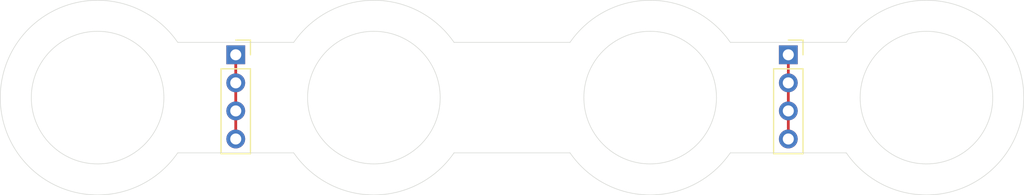
<source format=kicad_pcb>
(kicad_pcb (version 20171130) (host pcbnew "(5.1.5-0-10_14)")

  (general
    (thickness 1.6)
    (drawings 19)
    (tracks 2)
    (zones 0)
    (modules 2)
    (nets 3)
  )

  (page A4)
  (layers
    (0 F.Cu signal)
    (31 B.Cu signal)
    (32 B.Adhes user)
    (33 F.Adhes user)
    (34 B.Paste user)
    (35 F.Paste user)
    (36 B.SilkS user)
    (37 F.SilkS user)
    (38 B.Mask user)
    (39 F.Mask user)
    (40 Dwgs.User user)
    (41 Cmts.User user)
    (42 Eco1.User user)
    (43 Eco2.User user)
    (44 Edge.Cuts user)
    (45 Margin user)
    (46 B.CrtYd user)
    (47 F.CrtYd user)
    (48 B.Fab user)
    (49 F.Fab user)
  )

  (setup
    (last_trace_width 0.25)
    (trace_clearance 0.2)
    (zone_clearance 0.508)
    (zone_45_only no)
    (trace_min 0.2)
    (via_size 0.8)
    (via_drill 0.4)
    (via_min_size 0.4)
    (via_min_drill 0.3)
    (uvia_size 0.3)
    (uvia_drill 0.1)
    (uvias_allowed no)
    (uvia_min_size 0.2)
    (uvia_min_drill 0.1)
    (edge_width 0.05)
    (segment_width 0.2)
    (pcb_text_width 0.3)
    (pcb_text_size 1.5 1.5)
    (mod_edge_width 0.12)
    (mod_text_size 1 1)
    (mod_text_width 0.15)
    (pad_size 1.524 1.524)
    (pad_drill 0.762)
    (pad_to_mask_clearance 0.051)
    (solder_mask_min_width 0.25)
    (aux_axis_origin 0 0)
    (visible_elements FFFFFF7F)
    (pcbplotparams
      (layerselection 0x010f0_ffffffff)
      (usegerberextensions true)
      (usegerberattributes false)
      (usegerberadvancedattributes false)
      (creategerberjobfile false)
      (excludeedgelayer true)
      (linewidth 0.100000)
      (plotframeref false)
      (viasonmask false)
      (mode 1)
      (useauxorigin false)
      (hpglpennumber 1)
      (hpglpenspeed 20)
      (hpglpendiameter 15.000000)
      (psnegative false)
      (psa4output false)
      (plotreference true)
      (plotvalue true)
      (plotinvisibletext false)
      (padsonsilk false)
      (subtractmaskfromsilk false)
      (outputformat 1)
      (mirror false)
      (drillshape 0)
      (scaleselection 1)
      (outputdirectory "/Users/will/Documents/projects/vumeter/schematics/tube-offset-2/gerbers/"))
  )

  (net 0 "")
  (net 1 "Net-(J2-Pad1)")
  (net 2 "Net-(J3-Pad1)")

  (net_class Default "This is the default net class."
    (clearance 0.2)
    (trace_width 0.25)
    (via_dia 0.8)
    (via_drill 0.4)
    (uvia_dia 0.3)
    (uvia_drill 0.1)
    (add_net "Net-(J2-Pad1)")
    (add_net "Net-(J3-Pad1)")
  )

  (module Connector_PinSocket_2.54mm:PinSocket_1x04_P2.54mm_Vertical (layer F.Cu) (tedit 5A19A429) (tstamp 5DFCB96D)
    (at 125 101.125)
    (descr "Through hole straight socket strip, 1x04, 2.54mm pitch, single row (from Kicad 4.0.7), script generated")
    (tags "Through hole socket strip THT 1x04 2.54mm single row")
    (path /5DFC4EAC)
    (fp_text reference J2 (at 0 -2.77) (layer F.SilkS) hide
      (effects (font (size 1 1) (thickness 0.15)))
    )
    (fp_text value Conn_01x04_Male (at 0 10.39) (layer F.Fab)
      (effects (font (size 1 1) (thickness 0.15)))
    )
    (fp_text user %R (at 0 3.81 90) (layer F.Fab)
      (effects (font (size 1 1) (thickness 0.15)))
    )
    (fp_line (start -1.8 9.4) (end -1.8 -1.8) (layer F.CrtYd) (width 0.05))
    (fp_line (start 1.75 9.4) (end -1.8 9.4) (layer F.CrtYd) (width 0.05))
    (fp_line (start 1.75 -1.8) (end 1.75 9.4) (layer F.CrtYd) (width 0.05))
    (fp_line (start -1.8 -1.8) (end 1.75 -1.8) (layer F.CrtYd) (width 0.05))
    (fp_line (start 0 -1.33) (end 1.33 -1.33) (layer F.SilkS) (width 0.12))
    (fp_line (start 1.33 -1.33) (end 1.33 0) (layer F.SilkS) (width 0.12))
    (fp_line (start 1.33 1.27) (end 1.33 8.95) (layer F.SilkS) (width 0.12))
    (fp_line (start -1.33 8.95) (end 1.33 8.95) (layer F.SilkS) (width 0.12))
    (fp_line (start -1.33 1.27) (end -1.33 8.95) (layer F.SilkS) (width 0.12))
    (fp_line (start -1.33 1.27) (end 1.33 1.27) (layer F.SilkS) (width 0.12))
    (fp_line (start -1.27 8.89) (end -1.27 -1.27) (layer F.Fab) (width 0.1))
    (fp_line (start 1.27 8.89) (end -1.27 8.89) (layer F.Fab) (width 0.1))
    (fp_line (start 1.27 -0.635) (end 1.27 8.89) (layer F.Fab) (width 0.1))
    (fp_line (start 0.635 -1.27) (end 1.27 -0.635) (layer F.Fab) (width 0.1))
    (fp_line (start -1.27 -1.27) (end 0.635 -1.27) (layer F.Fab) (width 0.1))
    (pad 4 thru_hole oval (at 0 7.62) (size 1.7 1.7) (drill 1) (layers *.Cu *.Mask)
      (net 1 "Net-(J2-Pad1)"))
    (pad 3 thru_hole oval (at 0 5.08) (size 1.7 1.7) (drill 1) (layers *.Cu *.Mask)
      (net 1 "Net-(J2-Pad1)"))
    (pad 2 thru_hole oval (at 0 2.54) (size 1.7 1.7) (drill 1) (layers *.Cu *.Mask)
      (net 1 "Net-(J2-Pad1)"))
    (pad 1 thru_hole rect (at 0 0) (size 1.7 1.7) (drill 1) (layers *.Cu *.Mask)
      (net 1 "Net-(J2-Pad1)"))
    (model ${KISYS3DMOD}/Connector_PinSocket_2.54mm.3dshapes/PinSocket_1x04_P2.54mm_Vertical.wrl
      (at (xyz 0 0 0))
      (scale (xyz 1 1 1))
      (rotate (xyz 0 0 0))
    )
  )

  (module Connector_PinSocket_2.54mm:PinSocket_1x04_P2.54mm_Vertical (layer F.Cu) (tedit 5A19A429) (tstamp 5DFCC116)
    (at 175 101.125)
    (descr "Through hole straight socket strip, 1x04, 2.54mm pitch, single row (from Kicad 4.0.7), script generated")
    (tags "Through hole socket strip THT 1x04 2.54mm single row")
    (path /5DFC7D19)
    (fp_text reference J3 (at 0 -2.77) (layer F.SilkS) hide
      (effects (font (size 1 1) (thickness 0.15)))
    )
    (fp_text value Conn_01x04_Male (at 0 10.39) (layer F.Fab)
      (effects (font (size 1 1) (thickness 0.15)))
    )
    (fp_line (start -1.27 -1.27) (end 0.635 -1.27) (layer F.Fab) (width 0.1))
    (fp_line (start 0.635 -1.27) (end 1.27 -0.635) (layer F.Fab) (width 0.1))
    (fp_line (start 1.27 -0.635) (end 1.27 8.89) (layer F.Fab) (width 0.1))
    (fp_line (start 1.27 8.89) (end -1.27 8.89) (layer F.Fab) (width 0.1))
    (fp_line (start -1.27 8.89) (end -1.27 -1.27) (layer F.Fab) (width 0.1))
    (fp_line (start -1.33 1.27) (end 1.33 1.27) (layer F.SilkS) (width 0.12))
    (fp_line (start -1.33 1.27) (end -1.33 8.95) (layer F.SilkS) (width 0.12))
    (fp_line (start -1.33 8.95) (end 1.33 8.95) (layer F.SilkS) (width 0.12))
    (fp_line (start 1.33 1.27) (end 1.33 8.95) (layer F.SilkS) (width 0.12))
    (fp_line (start 1.33 -1.33) (end 1.33 0) (layer F.SilkS) (width 0.12))
    (fp_line (start 0 -1.33) (end 1.33 -1.33) (layer F.SilkS) (width 0.12))
    (fp_line (start -1.8 -1.8) (end 1.75 -1.8) (layer F.CrtYd) (width 0.05))
    (fp_line (start 1.75 -1.8) (end 1.75 9.4) (layer F.CrtYd) (width 0.05))
    (fp_line (start 1.75 9.4) (end -1.8 9.4) (layer F.CrtYd) (width 0.05))
    (fp_line (start -1.8 9.4) (end -1.8 -1.8) (layer F.CrtYd) (width 0.05))
    (fp_text user %R (at 0 3.81 90) (layer F.Fab)
      (effects (font (size 1 1) (thickness 0.15)))
    )
    (pad 1 thru_hole rect (at 0 0) (size 1.7 1.7) (drill 1) (layers *.Cu *.Mask)
      (net 2 "Net-(J3-Pad1)"))
    (pad 2 thru_hole oval (at 0 2.54) (size 1.7 1.7) (drill 1) (layers *.Cu *.Mask)
      (net 2 "Net-(J3-Pad1)"))
    (pad 3 thru_hole oval (at 0 5.08) (size 1.7 1.7) (drill 1) (layers *.Cu *.Mask)
      (net 2 "Net-(J3-Pad1)"))
    (pad 4 thru_hole oval (at 0 7.62) (size 1.7 1.7) (drill 1) (layers *.Cu *.Mask)
      (net 2 "Net-(J3-Pad1)"))
    (model ${KISYS3DMOD}/Connector_PinSocket_2.54mm.3dshapes/PinSocket_1x04_P2.54mm_Vertical.wrl
      (at (xyz 0 0 0))
      (scale (xyz 1 1 1))
      (rotate (xyz 0 0 0))
    )
  )

  (gr_line (start 180.250002 109.999998) (end 169.749999 109.999999) (layer Edge.Cuts) (width 0.05) (tstamp 5DFC633C))
  (gr_line (start 180.250002 100.000002) (end 169.749999 100.000001) (layer Edge.Cuts) (width 0.05) (tstamp 5DFC6339))
  (gr_arc (start 187.5 105) (end 180.250002 109.999998) (angle -290.8154259) (layer Edge.Cuts) (width 0.05))
  (gr_circle (center 187.5 105) (end 193.5 105) (layer Edge.Cuts) (width 0.05))
  (gr_arc (start 112.5 105) (end 119.749998 100.000002) (angle -290.8154259) (layer Edge.Cuts) (width 0.05))
  (gr_circle (center 137.5 105) (end 143.5 105) (layer Edge.Cuts) (width 0.05) (tstamp 5DFC5951))
  (gr_line (start 155.250001 109.999999) (end 144.749999 109.999999) (layer Edge.Cuts) (width 0.05) (tstamp 5DFCC568))
  (gr_line (start 144.749999 100.000001) (end 155.250001 100.000001) (layer Edge.Cuts) (width 0.05) (tstamp 5DFCC567))
  (gr_line (start 130.250001 100.000001) (end 119.749999 100.000001) (layer Edge.Cuts) (width 0.05) (tstamp 5DFCC566))
  (gr_line (start 119.749999 109.999999) (end 130.250001 109.999999) (layer Edge.Cuts) (width 0.05) (tstamp 5DFCC564))
  (gr_arc (start 162.5 105) (end 155.250001 109.999999) (angle -110.8154226) (layer Edge.Cuts) (width 0.05))
  (gr_arc (start 162.5 105) (end 169.749999 100.000001) (angle -110.8154226) (layer Edge.Cuts) (width 0.05))
  (gr_arc (start 137.5 105) (end 144.749999 100.000001) (angle -110.8154226) (layer Edge.Cuts) (width 0.05))
  (gr_arc (start 137.5 105) (end 130.250001 109.999999) (angle -110.8154226) (layer Edge.Cuts) (width 0.05))
  (gr_circle (center 162.5 105) (end 168.5 105) (layer Edge.Cuts) (width 0.05))
  (gr_circle (center 112.5 105) (end 118.5 105) (layer Edge.Cuts) (width 0.05))
  (dimension 25 (width 0.15) (layer Dwgs.User)
    (gr_text "25.000 mm" (at 175 106.3) (layer Dwgs.User)
      (effects (font (size 1 1) (thickness 0.15)))
    )
    (feature1 (pts (xy 187.5 105) (xy 187.5 105.586421)))
    (feature2 (pts (xy 162.5 105) (xy 162.5 105.586421)))
    (crossbar (pts (xy 162.5 105) (xy 187.5 105)))
    (arrow1a (pts (xy 187.5 105) (xy 186.373496 105.586421)))
    (arrow1b (pts (xy 187.5 105) (xy 186.373496 104.413579)))
    (arrow2a (pts (xy 162.5 105) (xy 163.626504 105.586421)))
    (arrow2b (pts (xy 162.5 105) (xy 163.626504 104.413579)))
  )
  (dimension 25 (width 0.15) (layer Dwgs.User)
    (gr_text "25.000 mm" (at 150 106.3) (layer Dwgs.User)
      (effects (font (size 1 1) (thickness 0.15)))
    )
    (feature1 (pts (xy 162.5 105) (xy 162.5 105.586421)))
    (feature2 (pts (xy 137.5 105) (xy 137.5 105.586421)))
    (crossbar (pts (xy 137.5 105) (xy 162.5 105)))
    (arrow1a (pts (xy 162.5 105) (xy 161.373496 105.586421)))
    (arrow1b (pts (xy 162.5 105) (xy 161.373496 104.413579)))
    (arrow2a (pts (xy 137.5 105) (xy 138.626504 105.586421)))
    (arrow2b (pts (xy 137.5 105) (xy 138.626504 104.413579)))
  )
  (dimension 25 (width 0.15) (layer Dwgs.User)
    (gr_text "25.000 mm" (at 125 106.3) (layer Dwgs.User)
      (effects (font (size 1 1) (thickness 0.15)))
    )
    (feature1 (pts (xy 137.5 105) (xy 137.5 105.586421)))
    (feature2 (pts (xy 112.5 105) (xy 112.5 105.586421)))
    (crossbar (pts (xy 112.5 105) (xy 137.5 105)))
    (arrow1a (pts (xy 137.5 105) (xy 136.373496 105.586421)))
    (arrow1b (pts (xy 137.5 105) (xy 136.373496 104.413579)))
    (arrow2a (pts (xy 112.5 105) (xy 113.626504 105.586421)))
    (arrow2b (pts (xy 112.5 105) (xy 113.626504 104.413579)))
  )

  (segment (start 125 101.125) (end 125 108.745) (width 0.25) (layer F.Cu) (net 1))
  (segment (start 175 101.125) (end 175 108.745) (width 0.25) (layer F.Cu) (net 2))

)

</source>
